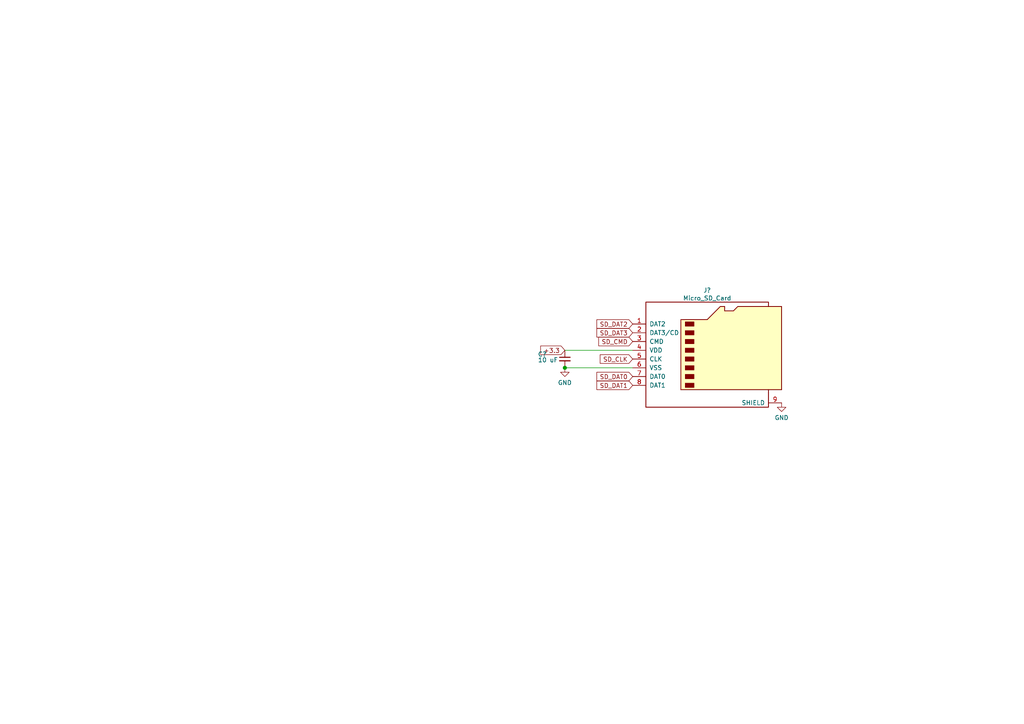
<source format=kicad_sch>
(kicad_sch (version 20210126) (generator eeschema)
  (paper "A4")
  (lib_symbols
    (symbol "Connector:Micro_SD_Card" (pin_names (offset 1.016))
      (property "Reference" "J" (at -16.51 15.24 0))
      (property "Value" "Micro_SD_Card" (at 16.51 15.24 0))
      (symbol "Micro_SD_Card_0_1"
        (rectangle (start -7.62 -9.525) (end -5.08 -10.795) (fill (type outline)))
        (rectangle (start -7.62 -6.985) (end -5.08 -8.255) (fill (type outline)))
        (rectangle (start -7.62 -4.445) (end -5.08 -5.715) (fill (type outline)))
        (rectangle (start -7.62 -1.905) (end -5.08 -3.175) (fill (type outline)))
        (rectangle (start -7.62 0.635) (end -5.08 -0.635) (fill (type outline)))
        (rectangle (start -7.62 3.175) (end -5.08 1.905) (fill (type outline)))
        (rectangle (start -7.62 5.715) (end -5.08 4.445) (fill (type outline)))
        (rectangle (start -7.62 8.255) (end -5.08 6.985) (fill (type outline)))
        (polyline (pts (xy 16.51 12.7) (xy 16.51 13.97) (xy -19.05 13.97) (xy -19.05 -16.51) (xy 16.51 -16.51) (xy 16.51 -11.43)) (stroke (width 0.254)))
        (polyline (pts (xy -8.89 -11.43) (xy -8.89 8.89) (xy -1.27 8.89) (xy 2.54 12.7) (xy 3.81 12.7) (xy 3.81 11.43) (xy 6.35 11.43) (xy 7.62 12.7) (xy 20.32 12.7) (xy 20.32 -11.43) (xy -8.89 -11.43)) (stroke (width 0.254)) (fill (type background)))
      )
      (symbol "Micro_SD_Card_1_1"
        (pin bidirectional line (at -22.86 7.62 0) (length 3.81) (name "DAT2") (number "1"))
        (pin bidirectional line (at -22.86 5.08 0) (length 3.81) (name "DAT3/CD") (number "2"))
        (pin input line (at -22.86 2.54 0) (length 3.81) (name "CMD") (number "3"))
        (pin power_in line (at -22.86 0 0) (length 3.81) (name "VDD") (number "4"))
        (pin input line (at -22.86 -2.54 0) (length 3.81) (name "CLK") (number "5"))
        (pin power_in line (at -22.86 -5.08 0) (length 3.81) (name "VSS") (number "6"))
        (pin bidirectional line (at -22.86 -7.62 0) (length 3.81) (name "DAT0") (number "7"))
        (pin bidirectional line (at -22.86 -10.16 0) (length 3.81) (name "DAT1") (number "8"))
        (pin passive line (at 20.32 -15.24 180) (length 3.81) (name "SHIELD") (number "9"))
      )
    )
    (symbol "Device:C_Small" (pin_numbers hide) (pin_names (offset 0.254) hide)
      (property "Reference" "C" (at 0.254 1.778 0))
      (property "Value" "C_Small" (at 0.254 -2.032 0))
      (symbol "C_Small_0_1"
        (polyline (pts (xy -1.524 -0.508) (xy 1.524 -0.508)) (stroke (width 0.3302)))
        (polyline (pts (xy -1.524 0.508) (xy 1.524 0.508)) (stroke (width 0.3048)))
      )
      (symbol "C_Small_1_1"
        (pin passive line (at 0 2.54 270) (length 2.032) (name "~") (number "1"))
        (pin passive line (at 0 -2.54 90) (length 2.032) (name "~") (number "2"))
      )
    )
    (symbol "power:GND" (power) (pin_names (offset 0))
      (property "Value" "GND" (at 0 -3.81 0))
      (symbol "GND_0_1"
        (polyline (pts (xy 0 0) (xy 0 -1.27) (xy 1.27 -1.27) (xy 0 -2.54) (xy -1.27 -1.27) (xy 0 -1.27)))
      )
      (symbol "GND_1_1"
        (pin power_in line (at 0 0 270) (length 0) hide (name "GND") (number "1"))
      )
    )
  )
  (junction (at 163.83 106.68) (diameter 1.016))
  (wire (pts (xy 163.83 101.6) (xy 183.515 101.6)))
  (wire (pts (xy 163.83 106.68) (xy 183.515 106.68)))
  (global_label "+3.3" (shape input) (at 163.83 101.6 180) (property "Intersheet References" "${INTERSHEET_REFS}" (effects hide)))
  (global_label "SD_DAT2" (shape input) (at 183.515 93.98 180) (property "Intersheet References" "${INTERSHEET_REFS}" (effects hide)))
  (global_label "SD_DAT3" (shape input) (at 183.515 96.52 180) (property "Intersheet References" "${INTERSHEET_REFS}" (effects hide)))
  (global_label "SD_CMD" (shape input) (at 183.515 99.06 180) (property "Intersheet References" "${INTERSHEET_REFS}" (effects hide)))
  (global_label "SD_CLK" (shape input) (at 183.515 104.14 180) (property "Intersheet References" "${INTERSHEET_REFS}" (effects hide)))
  (global_label "SD_DAT0" (shape input) (at 183.515 109.22 180) (property "Intersheet References" "${INTERSHEET_REFS}" (effects hide)))
  (global_label "SD_DAT1" (shape input) (at 183.515 111.76 180) (property "Intersheet References" "${INTERSHEET_REFS}" (effects hide)))
  (symbol (lib_id "power:GND") (at 163.83 106.68 0) (unit 1)
    (property "Reference" "#PWR?" (effects hide))
    (property "Value" "GND" (at 163.83 111.0044 0))
  )
  (symbol (lib_id "power:GND") (at 226.695 116.84 0) (unit 1)
    (property "Reference" "#PWR?" (effects hide))
    (property "Value" "GND" (at 226.695 121.1644 0))
  )
  (symbol (lib_id "Device:C_Small") (at 163.83 104.14 0) (unit 1)
    (property "Reference" "C?" (at 155.9942 102.7441 0) (effects (justify left)))
    (property "Value" "10 uF" (at 155.9942 104.4078 0) (effects (justify left)))
    (property "Footprint" "Capacitor_SMD:C_1206_3216Metric" (effects hide))
  )
  (symbol (lib_id "Connector:Micro_SD_Card") (at 206.375 101.6 0) (unit 1)
    (property "Reference" "J?" (at 205.105 84.1968 0))
    (property "Value" "Micro_SD_Card" (at 205.105 86.4955 0))
    (property "Datasheet" "http://katalog.we-online.de/em/datasheet/693072010801.pdf" (effects hide))
  )
)
</source>
